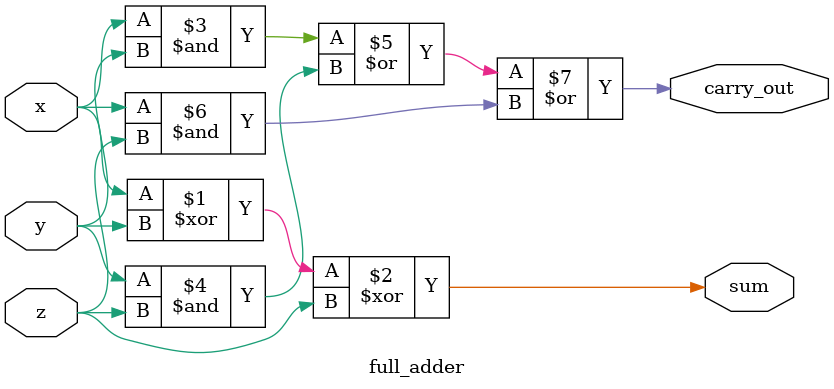
<source format=sv>
module full_adder
(
	input x,y,z,
	output sum, carry_out);
	
	assign sum = x ^ y ^z;
	assign carry_out = (x&y) | (y&z) | (x&z);
	
endmodule

</source>
